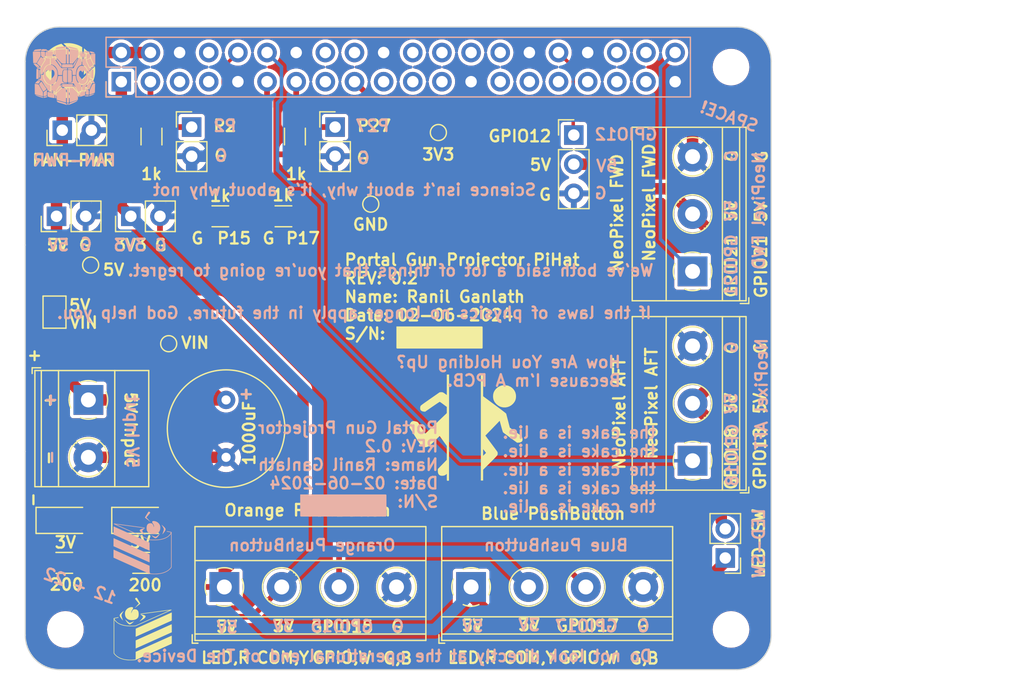
<source format=kicad_pcb>
(kicad_pcb (version 20221018) (generator pcbnew)
  (title_block (date "15 nov 2012"))
  (layers (0 "F.Cu" signal) (31 "B.Cu" power) (34 "B.Paste" user) (35 "F.Paste" user) (36 "B.SilkS" user "B.Silkscreen") (37 "F.SilkS" user "F.Silkscreen") (38 "B.Mask" user) (39 "F.Mask" user) (44 "Edge.Cuts" user))
  (net 0 "")
  (net 1 "GND")
  (net 2 "/GPIO3{slash}SCL1")
  (net 3 "/GPIO4{slash}GPCLK0")
  (net 4 "/GPIO14{slash}TXD0")
  (net 5 "/GPIO22")
  (net 6 "/GPIO23")
  (net 7 "/GPIO24")
  (net 8 "/GPIO10{slash}SPI0.MOSI")
  (net 9 "/GPIO9{slash}SPI0.MISO")
  (net 10 "/GPIO25")
  (net 11 "/GPIO11{slash}SPI0.SCLK")
  (net 12 "/GPIO8{slash}SPI0.CE0")
  (net 13 "/GPIO7{slash}SPI0.CE1")
  (net 14 "/ID_SDA")
  (net 15 "/ID_SCL")
  (net 16 "/GPIO5")
  (net 17 "/GPIO6")
  (net 18 "LED_SPARE_GPIO")
  (net 19 "/GPIO13{slash}PWM1")
  (net 20 "/GPIO19{slash}PCM.FS")
  (net 21 "/GPIO16")
  (net 22 "/GPIO26")
  (net 23 "/GPIO20{slash}PCM.DIN")
  (net 24 "+5V")
  (net 25 "+3V3")
  (net 26 "VIN")
  (net 27 "Net-(D1-A)")
  (net 28 "GPIO_SPARE_2")
  (net 29 "PB2_GPIO_WHT")
  (net 30 "PB1_GPIO_WHT")
  (net 31 "LED_AFT_GPIO")
  (net 32 "GPIO_SPARE_1")
  (net 33 "LED_FWD_GPIO")
  (net 34 "LED_PWR")
  (net 35 "Net-(D2-A)")
  (footprint "Connector_PinHeader_2.54mm:PinHeader_1x02_P2.54mm_Vertical" (layer "F.Cu") (at 102.725 60.5 90)
    (fp_text reference "J1" hide)
    (fp_text value "SPARE_5V_PWR")
    (pad "1" thru_hole rect (at 0 0 90) (size 1.7 1.7) (drill 1) (layers "*.Cu" "*.Mask") (net 24 "+5V"))
    (pad "2" thru_hole oval (at 0 2.54 90) (size 1.7 1.7) (drill 1) (layers "*.Cu" "*.Mask") (net 1 "GND"))
  )
  (footprint "MountingHole:MountingHole_2.7mm_M2.5" (layer "F.Cu") (at 161.5 47.5)
    (fp_text reference "MH2" hide)
    (fp_text value "MountingHole_2.7mm_M2.5" hide)
    (pad "" np_thru_hole circle locked (at 0 0) (size 2.7 2.7) (drill 2.7) (layers "*.Cu" "*.Mask"))
  )
  (footprint "Connector_PinHeader_2.54mm:PinHeader_1x02_P2.54mm_Vertical" (layer "F.Cu") (at 114.5 52.725)
    (fp_text reference "SW2" hide)
    (fp_text value "GPIO_SPARE_SW2")
    (pad "1" thru_hole rect (at 0 0) (size 1.7 1.7) (drill 1) (layers "*.Cu" "*.Mask") (net 28 "GPIO_SPARE_2"))
    (pad "2" thru_hole oval (at 0 2.54) (size 1.7 1.7) (drill 1) (layers "*.Cu" "*.Mask") (net 1 "GND"))
  )
  (footprint "Jumper:SolderJumper-2_P1.3mm_Open_Pad1.0x1.5mm" (layer "F.Cu") (at 102.55 68.85 -90)
    (fp_text reference "JP1" hide)
    (fp_text value "Jumper_2_Open")
    (pad "1" smd rect (at -0.65 0 270) (size 1 1.5) (layers "F.Cu" "F.Mask") (net 24 "+5V"))
    (pad "2" smd rect (at 0.65 0 270) (size 1 1.5) (layers "F.Cu" "F.Mask") (net 26 "VIN"))
  )
  (footprint "LED_SMD:LED_1206_3216Metric_Pad1.42x1.75mm_HandSolder" (layer "F.Cu") (at 103.4 87)
    (fp_text reference "D2" hide)
    (fp_text value "3V LED")
    (pad "1" smd roundrect (at -1.4875 0) (size 1.425 1.75) (layers "F.Cu" "F.Paste" "F.Mask") (roundrect_rratio 0.1754392982) (net 1 "GND"))
    (pad "2" smd roundrect (at 1.4875 0) (size 1.425 1.75) (layers "F.Cu" "F.Paste" "F.Mask") (roundrect_rratio 0.1754392982) (net 35 "Net-(D2-A)"))
  )
  (footprint "LED_SMD:LED_1206_3216Metric_Pad1.42x1.75mm_HandSolder" (layer "F.Cu") (at 110 87)
    (fp_text reference "D1" hide)
    (fp_text value "5V LED")
    (pad "1" smd roundrect (at -1.4875 0) (size 1.425 1.75) (layers "F.Cu" "F.Paste" "F.Mask") (roundrect_rratio 0.1754392982) (net 1 "GND"))
    (pad "2" smd roundrect (at 1.4875 0) (size 1.425 1.75) (layers "F.Cu" "F.Paste" "F.Mask") (roundrect_rratio 0.1754392982) (net 27 "Net-(D1-A)"))
  )
  (footprint "TerminalBlock_Phoenix:TerminalBlock_Phoenix_MKDS-1,5-3_1x03_P5.00mm_Horizontal" (layer "F.Cu") (at 158.15 65.3 90)
    (fp_text reference "J6" hide)
    (fp_text value "NeoPixelFWD")
    (pad "1" thru_hole rect (at 0 0 90) (size 2.6 2.6) (drill 1.3) (layers "*.Cu" "*.Mask") (net 33 "LED_FWD_GPIO"))
    (pad "2" thru_hole circle (at 5 0 90) (size 2.6 2.6) (drill 1.3) (layers "*.Cu" "*.Mask") (net 34 "LED_PWR"))
    (pad "3" thru_hole circle (at 10 0 90) (size 2.6 2.6) (drill 1.3) (layers "*.Cu" "*.Mask") (net 1 "GND"))
  )
  (footprint "TestPoint:TestPoint_Pad_D1.0mm" (layer "F.Cu") (at 136 53.2)
    (fp_text reference "TP2" hide)
    (fp_text value "TestPoint")
    (pad "1" smd circle (at 0 0) (size 1 1) (layers "F.Cu" "F.Mask") (net 25 "+3V3"))
  )
  (footprint "Resistor_SMD:R_1206_3216Metric_Pad1.30x1.75mm_HandSolder" (layer "F.Cu") (at 123.5 53.55 90)
    (fp_text reference "R1" hide)
    (fp_text value "1kOhm")
    (pad "1" smd roundrect (at -1.55 0 90) (size 1.3 1.75) (layers "F.Cu" "F.Paste" "F.Mask") (roundrect_rratio 0.1923076923) (net 1 "GND"))
    (pad "2" smd roundrect (at 1.55 0 90) (size 1.3 1.75) (layers "F.Cu" "F.Paste" "F.Mask") (roundrect_rratio 0.1923076923) (net 32 "GPIO_SPARE_1"))
  )
  (footprint "Connector_PinHeader_2.54mm:PinHeader_1x03_P2.54mm_Vertical" (layer "F.Cu") (at 147.8 53.42)
    (fp_text reference "J10" hide)
    (fp_text value "NeoPixelFWD")
    (pad "1" thru_hole rect (at 0 0) (size 1.7 1.7) (drill 1) (layers "*.Cu" "*.Mask") (net 18 "LED_SPARE_GPIO"))
    (pad "2" thru_hole oval (at 0 2.54) (size 1.7 1.7) (drill 1) (layers "*.Cu" "*.Mask") (net 34 "LED_PWR"))
    (pad "3" thru_hole oval (at 0 5.08) (size 1.7 1.7) (drill 1) (layers "*.Cu" "*.Mask") (net 1 "GND"))
  )
  (footprint "TerminalBlock_Phoenix:TerminalBlock_Phoenix_MKDS-1,5-4_1x04_P5.00mm_Horizontal" (layer "F.Cu") (at 117.35 92.8)
    (fp_text reference "J8" hide)
    (fp_text value "PushButton2")
    (pad "1" thru_hole rect (at 0 0) (size 2.6 2.6) (drill 1.3) (layers "*.Cu" "*.Mask") (net 24 "+5V"))
    (pad "2" thru_hole circle (at 5 0) (size 2.6 2.6) (drill 1.3) (layers "*.Cu" "*.Mask") (net 25 "+3V3"))
    (pad "3" thru_hole circle (at 10 0) (size 2.6 2.6) (drill 1.3) (layers "*.Cu" "*.Mask") (net 29 "PB2_GPIO_WHT"))
    (pad "4" thru_hole circle (at 15 0) (size 2.6 2.6) (drill 1.3) (layers "*.Cu" "*.Mask") (net 1 "GND"))
  )
  (footprint "Resistor_SMD:R_1206_3216Metric_Pad1.30x1.75mm_HandSolder" (layer "F.Cu") (at 117 60.5)
    (fp_text reference "R5" hide)
    (fp_text value "1kOhm")
    (pad "1" smd roundrect (at -1.55 0) (size 1.3 1.75) (layers "F.Cu" "F.Paste" "F.Mask") (roundrect_rratio 0.1923076923) (net 1 "GND"))
    (pad "2" smd roundrect (at 1.55 0) (size 1.3 1.75) (layers "F.Cu" "F.Paste" "F.Mask") (roundrect_rratio 0.1923076923) (net 29 "PB2_GPIO_WHT"))
  )
  (footprint "Resistor_SMD:R_1206_3216Metric_Pad1.30x1.75mm_HandSolder" (layer "F.Cu") (at 110.1 90.7)
    (fp_text reference "R3" hide)
    (fp_text value "200ohm")
    (pad "1" smd roundrect (at -1.55 0) (size 1.3 1.75) (layers "F.Cu" "F.Paste" "F.Mask") (roundrect_rratio 0.1923076923) (net 24 "+5V"))
    (pad "2" smd roundrect (at 1.55 0) (size 1.3 1.75) (layers "F.Cu" "F.Paste" "F.Mask") (roundrect_rratio 0.1923076923) (net 27 "Net-(D1-A)"))
  )
  (footprint "TestPoint:TestPoint_Pad_D1.0mm" (layer "F.Cu") (at 130.11 59.44)
    (fp_text reference "TP4" hide)
    (fp_text value "TestPoint")
    (pad "1" smd circle (at 0 0) (size 1 1) (layers "F.Cu" "F.Mask") (net 1 "GND"))
  )
  (footprint "TerminalBlock_Phoenix:TerminalBlock_Phoenix_MKDS-1,5-2_1x02_P5.00mm_Horizontal" (layer "F.Cu") (at 105.5 76.5 -90)
    (fp_text reference "J2" hide)
    (fp_text value "5V Input")
    (pad "1" thru_hole rect (at 0 0 270) (size 2.6 2.6) (drill 1.3) (layers "*.Cu" "*.Mask") (net 26 "VIN"))
    (pad "2" thru_hole circle (at 5 0 270) (size 2.6 2.6) (drill 1.3) (layers "*.Cu" "*.Mask") (net 1 "GND"))
  )
  (footprint "TestPoint:TestPoint_Pad_D1.0mm" (layer "F.Cu") (at 112.5 71.6)
    (fp_text reference "TP3" hide)
    (fp_text value "TestPoint")
    (pad "1" smd circle (at 0 0) (size 1 1) (layers "F.Cu" "F.Mask") (net 26 "VIN"))
  )
  (footprint "MountingHole:MountingHole_2.7mm_M2.5" (layer "F.Cu") (at 103.5 96.5)
    (fp_text reference "MH3" hide)
    (fp_text value "MountingHole_2.7mm_M2.5" hide)
    (pad "" np_thru_hole circle locked (at 0 0) (size 2.7 2.7) (drill 2.7) (layers "*.Cu" "*.Mask"))
  )
  (footprint "testlib:aperture" (layer "F.Cu") (at 103.7 47.8)
    (fp_text reference "G***" hide)
    (fp_text value "LOGO" hide)
  )
  (footprint "Capacitor_THT:C_Radial_D10.0mm_H16.0mm_P5.00mm" (layer "F.Cu") (at 117.5 76.5 -90)
    (fp_text reference "C1" hide)
    (fp_text value "470uF")
    (pad "1" thru_hole circle (at 0 0 270) (size 1.6 1.6) (drill 0.8) (layers "*.Cu" "*.Mask") (net 26 "VIN"))
    (pad "2" thru_hole circle (at 5 0 270) (size 1.6 1.6) (drill 0.8) (layers "*.Cu" "*.Mask") (net 1 "GND"))
  )
  (footprint "Resistor_SMD:R_1206_3216Metric_Pad1.30x1.75mm_HandSolder" (layer "F.Cu") (at 122.5 60.5)
    (fp_text reference "R4" hide)
    (fp_text value "1kOhm")
    (pad "1" smd roundrect (at -1.55 0) (size 1.3 1.75) (layers "F.Cu" "F.Paste" "F.Mask") (roundrect_rratio 0.1923076923) (net 1 "GND"))
    (pad "2" smd roundrect (at 1.55 0) (size 1.3 1.75) (layers "F.Cu" "F.Paste" "F.Mask") (roundrect_rratio 0.1923076923) (net 30 "PB1_GPIO_WHT"))
  )
  (footprint "Connector_PinHeader_2.54mm:PinHeader_1x02_P2.54mm_Vertical" (layer "F.Cu") (at 109.2 60.5 90)
    (fp_text reference "J4" hide)
    (fp_text value "SPARE_3V_PWR")
    (pad "1" thru_hole rect (at 0 0 90) (size 1.7 1.7) (drill 1) (layers "*.Cu" "*.Mask") (net 25 "+3V3"))
    (pad "2" thru_hole oval (at 0 2.54 90) (size 1.7 1.7) (drill 1) (layers "*.Cu" "*.Mask") (net 1 "GND"))
  )
  (footprint "TestPoint:TestPoint_Pad_D1.0mm" (layer "F.Cu") (at 105.7 64.75)
    (fp_text reference "TP1" hide)
    (fp_text value "TestPoint")
    (pad "1" smd circle (at 0 0) (size 1 1) (layers "F.Cu" "F.Mask") (net 24 "+5V"))
  )
  (footprint "TerminalBlock_Phoenix:TerminalBlock_Phoenix_MKDS-1,5-3_1x03_P5.00mm_Horizontal" (layer "F.Cu") (at 158.15 81.8 90)
    (fp_text reference "J9" hide)
    (fp_text value "NeoPixelAFT")
    (pad "1" thru_hole rect (at 0 0 90) (size 2.6 2.6) (drill 1.3) (layers "*.Cu" "*.Mask") (net 31 "LED_AFT_GPIO"))
    (pad "2" thru_hole circle (at 5 0 90) (size 2.6 2.6) (drill 1.3) (layers "*.Cu" "*.Mask") (net 34 "LED_PWR"))
    (pad "3" thru_hole circle (at 10 0 90) (size 2.6 2.6) (drill 1.3) (layers "*.Cu" "*.Mask") (net 1 "GND"))
  )
  (footprint "MountingHole:MountingHole_2.7mm_M2.5" (layer "F.Cu") (at 161.5 96.5)
    (fp_text reference "MH4" hide)
    (fp_text value "MountingHole_2.7mm_M2.5" hide)
    (pad "" np_thru_hole circle locked (at 0 0) (size 2.7 2.7) (drill 2.7) (layers "*.Cu" "*.Mask"))
  )
  (footprint "Connector_PinHeader_2.54mm:PinHeader_1x02_P2.54mm_Vertical" (layer "F.Cu") (at 103.225 53 90)
    (fp_text reference "J5" hide)
    (fp_text value "FAN_PWR")
    (pad "1" thru_hole rect (at 0 0 90) (size 1.7 1.7) (drill 1) (layers "*.Cu" "*.Mask") (net 24 "+5V"))
    (pad "2" thru_hole oval (at 0 2.54 90) (size 1.7 1.7) (drill 1) (layers "*.Cu" "*.Mask") (net 1 "GND"))
  )
  (footprint "testlib:cake" (layer "F.Cu") (at 110.3 96.4)
    (fp_text reference "G***" hide)
    (fp_text value "LOGO" hide)
  )
  (footprint "TerminalBlock_Phoenix:TerminalBlock_Phoenix_MKDS-1,5-4_1x04_P5.00mm_Horizontal" (layer "F.Cu") (at 138.85 92.8)
    (fp_text reference "J7" hide)
    (fp_text value "PushButton1")
    (pad "1" thru_hole rect (at 0 0) (size 2.6 2.6) (drill 1.3) (layers "*.Cu" "*.Mask") (net 24 "+5V"))
    (pad "2" thru_hole circle (at 5 0) (size 2.6 2.6) (drill 1.3) (layers "*.Cu" "*.Mask") (net 25 "+3V3"))
    (pad "3" thru_hole circle (at 10 0) (size 2.6 2.6) (drill 1.3) (layers "*.Cu" "*.Mask") (net 30 "PB1_GPIO_WHT"))
    (pad "4" thru_hole circle (at 15 0) (size 2.6 2.6) (drill 1.3) (layers "*.Cu" "*.Mask") (net 1 "GND"))
  )
  (footprint "Connector_PinHeader_2.54mm:PinHeader_1x02_P2.54mm_Vertical" (layer "F.Cu") (at 127 52.725)
    (fp_text reference "SW1" hide)
    (fp_text value "GPIO_SPARE_SW1")
    (pad "1" thru_hole rect (at 0 0) (size 1.7 1.7) (drill 1) (layers "*.Cu" "*.Mask") (net 32 "GPIO_SPARE_1"))
    (pad "2" thru_hole oval (at 0 2.54) (size 1.7 1.7) (drill 1) (layers "*.Cu" "*.Mask") (net 1 "GND"))
  )
  (footprint "Resistor_SMD:R_1206_3216Metric_Pad1.30x1.75mm_HandSolder" (layer "F.Cu") (at 103.4 90.7)
    (fp_text reference "R6" hide)
    (fp_text value "200ohm")
    (pad "1" smd roundrect (at -1.55 0) (size 1.3 1.75) (layers "F.Cu" "F.Paste" "F.Mask") (roundrect_rratio 0.1923076923) (net 25 "+3V3"))
    (pad "2" smd roundrect (at 1.55 0) (size 1.3 1.75) (layers "F.Cu" "F.Paste" "F.Mask") (roundrect_rratio 0.1923076923) (net 35 "Net-(D2-A)"))
  )
  (footprint "Connector_PinHeader_2.54mm:PinHeader_1x02_P2.54mm_Vertical" (layer "F.Cu") (at 161 90.275 180)
    (fp_text reference "SW3" hide)
    (fp_text value "LED_PWR_SW")
    (pad "1" thru_hole rect (at 0 0 180) (size 1.7 1.7) (drill 1) (layers "*.Cu" "*.Mask") (net 24 "+5V"))
    (pad "2" thru_hole oval (at 0 2.54 180) (size 1.7 1.7) (drill 1) (layers "*.Cu" "*.Mask") (net 34 "LED_PWR"))
  )
  (footprint "Resistor_SMD:R_1206_3216Metric_Pad1.30x1.75mm_HandSolder" (layer "F.Cu") (at 111 53.55 90)
    (fp_text reference "R2" hide)
    (fp_text value "1kOhm")
    (pad "1" smd roundrect (at -1.55 0 90) (size 1.3 1.75) (layers "F.Cu" "F.Paste" "F.Mask") (roundrect_rratio 0.1923076923) (net 1 "GND"))
    (pad "2" smd roundrect (at 1.55 0 90) (size 1.3 1.75) (layers "F.Cu" "F.Paste" "F.Mask") (roundrect_rratio 0.1923076923) (net 28 "GPIO_SPARE_2"))
  )
  (footprint "testlib:guy2" (layer "F.Cu") (at 138.4 78.925)
    (fp_text reference "G***" hide)
    (fp_text value "LOGO" hide)
  )
  (footprint "testlib:cube" (layer "B.Cu") (at 103.5 48.2 180)
    (fp_text reference "G***" hide)
    (fp_text value "LOGO" hide)
  )
  (footprint "testlib:cake" (layer "B.Cu") (at 110.16 88.9 180)
    (fp_text reference "G***" hide)
    (fp_text value "LOGO" hide)
  )
  (footprint "Connector_PinSocket_2.54mm:PinSocket_2x20_P2.54mm_Vertical" (layer "B.Cu") (at 108.37 48.77 -90)
    (fp_text reference "J3" hide)
    (fp_text value "GPIO")
    (pad "1" thru_hole rect (at 0 0 270) (size 1.7 1.7) (drill 1) (layers "*.Cu" "*.Mask") (net 25 "+3V3"))
    (pad "2" thru_hole oval (at -2.54 0 270) (size 1.7 1.7) (drill 1) (layers "*.Cu" "*.Mask") (net 24 "+5V"))
    (pad "3" thru_hole oval (at 0 -2.54 270) (size 1.7 1.7) (drill 1) (layers "*.Cu" "*.Mask") (net 28 "GPIO_SPARE_2"))
    (pad "4" thru_hole oval (at -2.54 -2.54 270) (size 1.7 1.7) (drill 1) (layers "*.Cu" "*.Mask") (net 24 "+5V"))
    (pad "5" thru_hole oval (at 0 -5.08 270) (size 1.7 1.7) (drill 1) (layers "*.Cu" "*.Mask") (net 2 "/GPIO3{slash}SCL1"))
    (pad "6" thru_hole oval (at -2.54 -5.08 270) (size 1.7 1.7) (drill 1) (layers "*.Cu" "*.Mask") (net 1 "GND"))
    (pad "7" thru_hole oval (at 0 -7.62 270) (size 1.7 1.7) (drill 1) (layers "*.Cu" "*.Mask") (net 3 "/GPIO4{slash}GPCLK0"))
    (pad "8" thru_hole oval (at -2.54 -7.62 270) (size 1.7 1.7) (drill 1) (layers "*.Cu" "*.Mask") (net 4 "/GPIO14{slash}TXD0"))
    (pad "9" thru_hole oval (at 0 -10.16 270) (size 1.7 1.7) (drill 1) (layers "*.Cu" "*.Mask") (net 1 "GND"))
    (pad "10" thru_hole oval (at -2.54 -10.16 270) (size 1.7 1.7) (drill 1) (layers "*.Cu" "*.Mask") (net 29 "PB2_GPIO_WHT"))
    (pad "11" thru_hole oval (at 0 -12.7 270) (size 1.7 1.7) (drill 1) (layers "*.Cu" "*.Mask") (net 30 "PB1_GPIO_WHT"))
    (pad "12" thru_hole oval (at -2.54 -12.7 270) (size 1.7 1.7) (drill 1) (layers "*.Cu" "*.Mask") (net 31 "LED_AFT_GPIO"))
    (pad "13" thru_hole oval (at 0 -15.24 270) (size 1.7 1.7) (drill 1) (layers "*.Cu" "*.Mask") (net 32 "GPIO_SPARE_1"))
    (pad "14" thru_hole oval (at -2.54 -15.24 270) (size 1.7 1.7) (drill 1) (layers "*.Cu" "*.Mask") (net 1 "GND"))
    (pad "15" thru_hole oval (at 0 -17.78 270) (size 1.7 1.7) (drill 1) (layers "*.Cu" "*.Mask") (net 5 "/GPIO22"))
    (pad "16" thru_hole oval (at -2.54 -17.78 270) (size 1.7 1.7) (drill 1) (layers "*.Cu" "*.Mask") (net 6 "/GPIO23"))
    (pad "17" thru_hole oval (at 0 -20.32 270) (size 1.7 1.7) (drill 1) (layers "*.Cu" "*.Mask") (net 25 "+3V3"))
    (pad "18" thru_hole oval (at -2.54 -20.32 270) (size 1.7 1.7) (drill 1) (layers "*.Cu" "*.Mask") (net 7 "/GPIO24"))
    (pad "19" thru_hole oval (at 0 -22.86 270) (size 1.7 1.7) (drill 1) (layers "*.Cu" "*.Mask") (net 8 "/GPIO10{slash}SPI0.MOSI"))
    (pad "20" thru_hole oval (at -2.54 -22.86 270) (size 1.7 1.7) (drill 1) (layers "*.Cu" "*.Mask") (net 1 "GND"))
    (pad "21" thru_hole oval (at 0 -25.4 270) (size 1.7 1.7) (drill 1) (layers "*.Cu" "*.Mask") (net 9 "/GPIO9{slash}SPI0.MISO"))
    (pad "22" thru_hole oval (at -2.54 -25.4 270) (size 1.7 1.7) (drill 1) (layers "*.Cu" "*.Mask") (net 10 "/GPIO25"))
    (pad "23" thru_hole oval (at 0 -27.94 270) (size 1.7 1.7) (drill 1) (layers "*.Cu" "*.Mask") (net 11 "/GPIO11{slash}SPI0.SCLK"))
    (pad "24" thru_hole oval (at -2.54 -27.94 270) (size 1.7 1.7) (drill 1) (layers "*.Cu" "*.Mask") (net 12 "/GPIO8{slash}SPI0.CE0"))
    (pad "25" thru_hole oval (at 0 -30.48 270) (size 1.7 1.7) (drill 1) (layers "*.Cu" "*.Mask") (net 1 "GND"))
    (pad "26" thru_hole oval (at -2.54 -30.48 270) (size 1.7 1.7) (drill 1) (layers "*.Cu" "*.Mask") (net 13 "/GPIO7{slash}SPI0.CE1"))
    (pad "27" thru_hole oval (at 0 -33.02 270) (size 1.7 1.7) (drill 1) (layers "*.Cu" "*.Mask") (net 14 "/ID_SDA"))
    (pad "28" thru_hole oval (at -2.54 -33.02 270) (size 1.7 1.7) (drill 1) (layers "*.Cu" "*.Mask") (net 15 "/ID_SCL"))
    (pad "29" thru_hole oval (at 0 -35.56 270) (size 1.7 1.7) (drill 1) (layers "*.Cu" "*.Mask") (net 16 "/GPIO5"))
    (pad "30" thru_hole oval (at -2.54 -35.56 270) (size 1.7 1.7) (drill 1) (layers "*.Cu" "*.Mask") (net 1 "GND"))
    (pad "31" thru_hole oval (at 0 -38.1 270) (size 1.7 1.7) (drill 1) (layers "*.Cu" "*.Mask") (net 17 "/GPIO6"))
    (pad "32" thru_hole oval (at -2.54 -38.1 270) (size 1.7 1.7) (drill 1) (layers "*.Cu" "*.Mask") (net 18 "LED_SPARE_GPIO"))
    (pad "33" thru_hole oval (at 0 -40.64 270) (size 1.7 1.7) (drill 1) (layers "*.Cu" "*.Mask") (net 19 "/GPIO13{slash}PWM1"))
    (pad "34" thru_hole oval (at -2.54 -40.64 270) (size 1.7 1.7) (drill 1) (layers "*.Cu" "*.Mask") (net 1 "GND"))
    (pad "35" thru_hole oval (at 0 -43.18 270) (size 1.7 1.7) (drill 1) (layers "*.Cu" "*.Mask") (net 20 "/GPIO19{slash}PCM.FS"))
    (pad "36" thru_hole oval (at -2.54 -43.18 270) (size 1.7 1.7) (drill 1) (layers "*.Cu" "*.Mask") (net 21 "/GPIO16"))
    (pad "37" thru_hole oval (at 0 -45.72 270) (size 1.7 1.7) (drill 1) (layers "*.Cu" "*.Mask") (net 22 "/GPIO26"))
    (pad "38" thru_hole oval (at -2.54 -45.72 270) (size 1.7 1.7) (drill 1) (layers "*.Cu" "*.Mask") (net 23 "/GPIO20{slash}PCM.DIN"))
    (pad "39" thru_hole oval (at 0 -48.26 270) (size 1.7 1.7) (drill 1) (layers "*.Cu" "*.Mask") (net 1 "GND"))
    (pad "40" thru_hole oval (at -2.54 -48.26 270) (size 1.7 1.7) (drill 1) (layers "*.Cu" "*.Mask") (net 33 "LED_FWD_GPIO"))
  )
  (gr_rect (start 124.034 84.811) (end 131.4 86.589) (stroke (width 0.15)) (fill solid) (layer "B.SilkS"))
  (gr_line (start 107.04 50.1) (end 107.04 48.77) (stroke (width 0.12)) (layer "F.SilkS"))
  (gr_line (start 107.04 50.1) (end 108.37 50.1) (stroke (width 0.12)) (layer "F.SilkS"))
  (gr_rect (start 132.417 70.172) (end 139.783 71.95) (stroke (width 0.15)) (fill solid) (layer "F.SilkS"))
  (gr_arc (start 162 44) (mid 164.12132 44.87868) (end 165 47) (stroke (width 0.1)) (layer "Edge.Cuts"))
  (gr_line (start 165 97) (end 165 47) (stroke (width 0.1)) (layer "Edge.Cuts"))
  (gr_line (start 100 47) (end 100 63) (stroke (width 0.1)) (layer "Edge.Cuts"))
  (gr_arc (start 103 100) (mid 100.87868 99.12132) (end 100 97) (stroke (width 0.1)) (layer "Edge.Cuts"))
  (gr_line (start 103 100) (end 162 100) (stroke (width 0.1)) (layer "Edge.Cuts"))
  (gr_arc (start 165 97) (mid 164.12132 99.12132) (end 162 100) (stroke (width 0.1)) (layer "Edge.Cuts"))
  (gr_line (start 100 63) (end 100 81) (stroke (width 0.1)) (layer "Edge.Cuts"))
  (gr_arc (start 100 47) (mid 100.87868 44.87868) (end 103 44) (stroke (width 0.1)) (layer "Edge.Cuts"))
  (gr_line (start 100 81) (end 100 97) (stroke (width 0.1)) (layer "Edge.Cuts"))
  (gr_line (start 162 44) (end 103 44) (stroke (width 0.1)) (layer "Edge.Cuts"))
  (gr_text "G" (at 153.9 96.8) (layer "B.SilkS") (effects (font (size 1 1) (thickness 0.2)) (justify bottom mirror)))
  (gr_text "NeoPixel FWD" (at 164.5 60 90) (layer "B.SilkS") (effects (font (size 1 1) (thickness 0.2)) (justify bottom mirror)))
  (gr_text "Orange PushButton" (at 125 89.75) (layer "B.SilkS") (effects (font (size 1 1) (thickness 0.2)) (justify bottom mirror)))
  (gr_text "P2" (at 117.4 53.2) (layer "B.SilkS") (effects (font (size 1 1) (thickness 0.2)) (justify bottom mirror)))
  (gr_text "NeoPixel AFT" (at 164.75 76 90) (layer "B.SilkS") (effects (font (size 1 1) (thickness 0.2)) (justify bottom mirror)))
  (gr_text "-" (at 102.85 81.5 -270) (layer "B.SilkS") (effects (font (size 1 1) (thickness 0.2)) (justify bottom mirror)))
  (gr_text "If the laws of physics no longer apply in the future, God help you." (at 154.675 69.5) (layer "B.SilkS") (effects (font (size 1 1) (thickness 0.2)) (justify left bottom mirror)))
  (gr_text "5V" (at 162.1 76.8 90) (layer "B.SilkS") (effects (font (size 1 1) (thickness 0.2)) (justify bottom mirror)))
  (gr_text "G" (at 129.5 56) (layer "B.SilkS") (effects (font (size 1 1) (thickness 0.2)) (justify bottom mirror)))
  (gr_text "GPIO17" (at 148.9 96.8) (layer "B.SilkS") (effects (font (size 1 1) (thickness 0.2)) (justify bottom mirror)))
  (gr_text "G" (at 105.3 63.5) (layer "B.SilkS") (effects (font (size 1 1) (thickness 0.2)) (justify bottom mirror)))
  (gr_text "Do not look directly at the operational end of The Device." (at 154.7 99.4) (layer "B.SilkS") (effects (font (size 1 1) (thickness 0.2)) (justify left bottom mirror)))
  (gr_text "FAN-PWR" (at 104.3 56.2) (layer "B.SilkS") (effects (font (size 1 1) (thickness 0.2)) (justify bottom mirror)))
  (gr_text "We've both said a lot of things that you're going to regret." (at 154.85 65.8) (layer "B.SilkS") (effects (font (size 1 1) (thickness 0.2)) (justify left bottom mirror)))
  (gr_text "How Are You Holding Up? \nBecause I'm A PCB." (at 152 75.4) (layer "B.SilkS") (effects (font (size 1 1) (thickness 0.2)) (justify left bottom mirror)))
  (gr_text "G" (at 132.5 96.8) (layer "B.SilkS") (effects (font (size 1 1) (thickness 0.2)) (justify bottom mirror)))
  (gr_text "+" (at 102.75 76.5 -270) (layer "B.SilkS") (effects (font (size 1 1) (thickness 0.2)) (justify bottom mirror)))
  (gr_text "Science isn't about why, it's about why not" (at 144.625 58.775) (layer "B.SilkS") (effects (font (size 1 1) (thickness 0.2)) (justify left bottom mirror)))
  (gr_text "5V Input" (at 108.75 79.25 -90) (layer "B.SilkS") (effects (font (size 1 1) (thickness 0.2)) (justify bottom mirror)))
  (gr_text "GPIO18" (at 162.2 81.3 90) (layer "B.SilkS") (effects (font (size 1 1) (thickness 0.2)) (justify bottom mirror)))
  (gr_text "5V" (at 162.1 60 90) (layer "B.SilkS") (effects (font (size 1 1) (thickness 0.2)) (justify bottom mirror)))
  (gr_text "+" (at 119.75 76 -270) (layer "B.SilkS") (effects (font (size 1 1) (thickness 0.2)) (justify bottom mirror)))
  (gr_text "Blue PushButton" (at 146.25 89.75) (layer "B.SilkS") (effects (font (size 1 1) (thickness 0.2)) (justify bottom mirror)))
  (gr_text "the cake is a lie.\nthe cake is a lie.\nthe cake is a lie.\nthe cake is a lie.\nthe cake is a lie." (at 155.075 86.375) (layer "B.SilkS") (effects (font (size 1 1) (thickness 0.2)) (justify left bottom mirror)))
  (gr_text "LED-SW" (at 164.5 89 90) (layer "B.SilkS") (effects (font (size 1 1) (thickness 0.2)) (justify bottom mirror)))
  (gr_text "5V" (at 139 96.8) (layer "B.SilkS") (effects (font (size 1 1) (thickness 0.2)) (justify bottom mirror)))
  (gr_text "GPIO15" (at 127.6 96.8) (layer "B.SilkS") (effects (font (size 1 1) (thickness 0.2)) (justify bottom mirror)))
  (gr_text "GPIO21" (at 162.1 64.8 90) (layer "B.SilkS") (effects (font (size 1 1) (thickness 0.2)) (justify bottom mirror)))
  (gr_text "Portal Gun Projector\nREV: 0.2\nName: Ranil Ganlath\nDate: 02-06-2024\nS/N:" (at 136.099 85.954) (layer "B.SilkS") (effects (font (size 1 1) (thickness 0.2)) (justify left bottom mirror)))
  (gr_text "5V" (at 102.9 63.6) (layer "B.SilkS") (effects (font (size 1 1) (thickness 0.2)) (justify bottom mirror)))
  (gr_text "G" (at 162.1 71.9 90) (layer "B.SilkS") (effects (font (size 1 1) (thickness 0.2)) (justify bottom mirror)))
  (gr_text "P27" (at 130.25238 53.2) (layer "B.SilkS") (effects (font (size 1 1) (thickness 0.2)) (justify bottom mirror)))
  (gr_text "5V" (at 150.675 56.7) (layer "B.SilkS") (effects (font (size 1 1) (thickness 0.2)) (justify bottom mirror)))
  (gr_text "G" (at 150.15 59.075) (layer "B.SilkS") (effects (font (size 1 1) (thickness 0.2)) (justify bottom mirror)))
  (gr_text "5V" (at 117.6 96.9) (layer "B.SilkS") (effects (font (size 1 1) (thickness 0.2)) (justify bottom mirror)))
  (gr_text "G" (at 117.1 55.8) (layer "B.SilkS") (effects (font (size 1 1) (thickness 0.2)) (justify bottom mirror)))
  (gr_text "3V3" (at 109.1 63.6) (layer "B.SilkS") (effects (font (size 1 1) (thickness 0.2)) (justify bottom mirror)))
  (gr_text "GPIO12" (at 152.35 53.95) (layer "B.SilkS") (effects (font (size 1 1) (thickness 0.2)) (justify bottom mirror)))
  (gr_text "SPACE!" (at 163.7 53.3 340) (layer "B.SilkS") (effects (font (size 1 1) (thickness 0.2)) (justify left bottom mirror)))
  (gr_text "3V" (at 143.9 96.7) (layer "B.SilkS") (effects (font (size 1 1) (thickness 0.2)) (justify bottom mirror)))
  (gr_text "G" (at 162.1 55.25 90) (layer "B.SilkS") (effects (font (size 1 1) (thickness 0.2)) (justify bottom mirror)))
  (gr_text "12 + 22" (at 107.775 94.425 340) (layer "B.SilkS") (effects (font (size 1 1) (thickness 0.2)) (justify left bottom mirror)))
  (gr_text "3V" (at 122.5 96.8) (layer "B.SilkS") (effects (font (size 1 1) (thickness 0.2)) (justify bottom mirror)))
  (gr_text "G" (at 111.8 63.6) (layer "B.SilkS") (effects (font (size 1 1) (thickness 0.2)) (justify bottom mirror)))
  (gr_text "5V" (at 162.1 76.8 90) (layer "F.SilkS") (effects (font (size 1 1) (thickness 0.2)) (justify bottom)))
  (gr_text "GPIO18" (at 164.6 81.6 90) (layer "F.SilkS") (effects (font (size 1 1) (thickness 0.2)) (justify bottom)))
  (gr_text "NeoPixel AFT" (at 152.35 77.7 90) (layer "F.SilkS") (effects (font (size 1 1) (thickness 0.2)) (justify bottom)))
  (gr_text "3V3" (at 109.2 63.6) (layer "F.SilkS") (effects (font (size 1 1) (thickness 0.2)) (justify bottom)))
  (gr_text "NeoPixel FWD" (at 154.95 59.3 90) (layer "F.SilkS") (effects (font (size 1 1) (thickness 0.2)) (justify bottom)))
  (gr_text "VIN" (at 105.1 70.35) (layer "F.SilkS") (effects (font (size 1 1) (thickness 0.2)) (justify bottom)))
  (gr_text "GPIO17" (at 149 96.75) (layer "F.SilkS") (effects (font (size 1 1) (thickness 0.2)) (justify bottom)))
  (gr_text "G" (at 117 55.8) (layer "F.SilkS") (effects (font (size 1 1) (thickness 0.2)) (justify bottom)))
  (gr_text "G" (at 153.8 96.75) (layer "F.SilkS") (effects (font (size 1 1) (thickness 0.2)) (justify bottom)))
  (gr_text "1k" (at 117 59.3) (layer "F.SilkS") (effects (font (size 1 1) (thickness 0.2)) (justify bottom)))
  (gr_text "LED,R" (at 138.95 99.55) (layer "F.SilkS") (effects (font (size 1 1) (thickness 0.2)) (justify bottom)))
  (gr_text "P27" (at 130.4 53.2) (layer "F.SilkS") (effects (font (size 1 1) (thickness 0.2)) (justify bottom)))
  (gr_text "5V" (at 144.9 56.6) (layer "F.SilkS") (effects (font (size 1 1) (thickness 0.2)) (justify bottom)))
  (gr_text "5V" (at 117.55 96.85) (layer "F.SilkS") (effects (font (size 1 1) (thickness 0.2)) (justify bottom)))
  (gr_text "+" (at 100.3 72.65 270) (layer "F.SilkS") (effects (font (size 1 1) (thickness 0.2)) (justify bottom)))
  (gr_text "VIN" (at 114.8 72.1) (layer "F.SilkS") (effects (font (size 1 1) (thickness 0.2)) (justify bottom)))
  (gr_text "GND" (at 130.1 61.8) (layer "F.SilkS") (effects (font (size 1 1) (thickness 0.2)) (justify bottom)))
  (gr_text "5V" (at 138.95 96.75) (layer "F.SilkS") (effects (font (size 1 1) (thickness 0.2)) (justify bottom)))
  (gr_text "+" (at 118.75 76 270) (layer "F.SilkS") (effects (font (size 1 1) (thickness 0.2)) (justify bottom)))
  (gr_text "Blue PushButton" (at 146 87) (layer "F.SilkS") (effects (font (size 1 1) (thickness 0.2)) (justify bottom)))
  (gr_text "FAN-PWR" (at 104.2 56.2) (layer "F.SilkS") (effects (font (size 1 1) (thickness 0.2)) (justify bottom)))
  (gr_text "GPIO15" (at 127.6 96.85) (layer "F.SilkS") (effects (font (size 1 1) (thickness 0.2)) (justify bottom)))
  (gr_text "P15" (at 118.2 63) (layer "F.SilkS") (effects (font (size 1 1) (thickness 0.2)) (justify bottom)))
  (gr_text "G" (at 162.15 55.25 90) (layer "F.SilkS") (effects (font (size 1 1) (thickness 0.2)) (justify bottom)))
  (gr_text "GPIO,W" (at 149.1 99.55) (layer "F.SilkS") (effects (font (size 1 1) (thickness 0.2)) (justify bottom)))
  (gr_text "-" (at 100.2 85.2 270) (layer "F.SilkS") (effects (font (size 1 1) (thickness 0.2)) (justify bottom)))
  (gr_text "G,B" (at 132.45 99.6) (layer "F.SilkS") (effects (font (size 1 1) (thickness 0.2)) (justify bottom)))
  (gr_text "G" (at 162.15 72 90) (layer "F.SilkS") (effects (font (size 1 1) (thickness 0.2)) (justify bottom)))
  (gr_text "3V" (at 103.5 89.5) (layer "F.SilkS") (effects (font (size 1 1) (thickness 0.2)) (justify bottom)))
  (gr_text "G" (at 111.8 63.6) (layer "F.SilkS") (effects (font (size 1 1) (thickness 0.2)) (justify bottom)))
  (gr_text "G" (at 132.4 96.85) (layer "F.SilkS") (effects (font (size 1 1) (thickness 0.2)) (justify bottom)))
  (gr_text "GPIO,W" (at 127.6 99.55) (layer "F.SilkS") (effects (font (size 1 1) (thickness 0.2)) (justify bottom)))
  (gr_text "Orange PushButton" (at 124.6 86.7) (layer "F.SilkS") (effects (font (size 1 1) (thickness 0.2)) (justify bottom)))
  (gr_text "3V" (at 143.9 96.7) (layer "F.SilkS") (effects (font (size 1 1) (thickness 0.2)) (justify bottom)))
  (gr_text "Portal Gun Projector PiHat\nREV: 0.2\nName: Ranil Ganlath\nDate: 02-06-2024\nS/N:" (at 127.718 71.315) (layer "F.SilkS") (effects (font (size 1 1) (thickness 0.2)) (justify left bottom)))
  (gr_text "P17" (at 124.2 63) (layer "F.SilkS") (effects (font (size 1 1) (thickness 0.2)) (justify bottom)))
  (gr_text "GPIO18" (at 162.1 81.6 90) (layer "F.SilkS") (effects (font (size 1 1) (thickness 0.2)) (justify bottom)))
  (gr_text "1k" (at 123.6 57.4) (layer "F.SilkS") (effects (font (size 1 1) (thickness 0.2)) (justify bottom)))
  (gr_text "-" (at 101.55 81.55 270) (layer "F.SilkS") (effects (font (size 1 1) (thickness 0.2)) (justify bottom)))
  (gr_text "G" (at 121.2 63) (layer "F.SilkS") (effects (font (size 1 1) (thickness 0.2)) (justify bottom)))
  (gr_text "5V" (at 164.6 76.8 90) (layer "F.SilkS") (effects (font (size 1 1) (thickness 0.2)) (justify bottom)))
  (gr_text "5V Input" (at 108.6 79 -90) (layer "F.SilkS") (effects (font (size 1 1) (thickness 0.2)) (justify bottom)))
  (gr_text "G" (at 115 63) (layer "F.SilkS") (effects (font (size 1 1) (thickness 0.2)) (justify bottom)))
  (gr_text "GPIO12" (at 143.1 54.1) (layer "F.SilkS") (effects (font (size 1 1) (thickness 0.2)) (justify bottom)))
  (gr_text "1k" (at 122.45 59.25) (layer "F.SilkS") (effects (font (size 1 1) (thickness 0.2)) (justify bottom)))
  (gr_text "200" (at 110.45 93.225) (layer "F.SilkS") (effects (font (size 1 1) (thickness 0.2)) (justify bottom)))
  (gr_text "5V" (at 110 89.5) (layer "F.SilkS") (effects (font (size 1 1) (thickness 0.2)) (justify bottom)))
  (gr_text "COM,Y" (at 122.45 99.55) (layer "F.SilkS") (effects (font (size 1 1) (thickness 0.2)) (justify bottom)))
  (gr_text "3V" (at 122.5 96.8) (layer "F.SilkS") (effects (font (size 1 1) (thickness 0.2)) (justify bottom)))
  (gr_text "5V" (at 162.1 60.05 90) (layer "F.SilkS") (effects (font (size 1 1) (thickness 0.2)) (justify bottom)))
  (gr_text "G" (at 105.2 63.6) (layer "F.SilkS") (effects (font (size 1 1) (thickness 0.2)) (justify bottom)))
  (gr_text "1k" (at 111 57.4) (layer "F.SilkS") (effects (font (size 1 1) (thickness 0.2)) (justify bottom)))
  (gr_text "NeoPixel AFT" (at 155.15 76.8 90) (layer "F.SilkS") (effects (font (size 1 1) (thickness 0.2)) (justify bottom)))
  (gr_text "G,B" (at 153.95 99.6) (layer "F.SilkS") (effects (font (size 1 1) (thickness 0.2)) (justify bottom)))
  (gr_text "P2" (at 117.4 53.2) (layer "F.SilkS") (effects (font (size 1 1) (thickness 0.2)) (justify bottom)))
  (gr_text "3V3" (at 136 55.7) (layer "F.SilkS") (effects (font (size 1 1) (thickness 0.2)) (justify bottom)))
  (gr_text "200" (at 103.6 93.175) (layer "F.SilkS") (effects (font (size 1 1) (thickness 0.2)) (justify bottom)))
  (gr_text "5V" (at 102.8 63.6) (layer "F.SilkS") (effects (font (size 1 1) (thickness 0.2)) (justify bottom)))
  (gr_text "GPIO21" (at 164.7 64.9 90) (layer "F.SilkS") (effects (font (size 1 1) (thickness 0.2)) (justify bottom)))
  (gr_text "5V" (at 164.7 60.1 90) (layer "F.SilkS") (effects (font (size 1 1) (thickness 0.2)) (justify bottom)))
  (gr_text "LED,R" (at 117.45 99.55) (layer "F.SilkS") (effects (font (size 1 1) (thickness 0.2)) (justify bottom)))
  (gr_text "+" (at 101.65 76.55 270) (layer "F.SilkS") (effects (font (size 1 1) (thickness 0.2)) (justify bottom)))
  (gr_text "5V" (at 107.7 65.75) (layer "F.SilkS") (effects (font (size 1 1) (thickness 0.2)) (justify bottom)))
  (gr_text "G" (at 129.4 56) (layer "F.SilkS") (effects (font (size 1 1) (thickness 0.2)) (justify bottom)))
  (gr_text "NeoPixel FWD" (at 152.15 60.2 90) (layer "F.SilkS") (effects (font (size 1 1) (thickness 0.2)) (justify bottom)))
  (gr_text "G" (at 164.75 55.3 90) (layer "F.SilkS") (effects (font (size 1 1) (thickness 0.2)) (justify bottom)))
  (gr_text "G" (at 145.3 59.2) (layer "F.SilkS") (effects (font (size 1 1) (thickness 0.2)) (justify bottom)))
  (gr_text "GPIO21" (at 162.1 64.85 90) (layer "F.SilkS") (effects (font (size 1 1) (thickness 0.2)) (justify bottom)))
  (gr_text "1000uF" (at 120.1 79.4 90) (layer "F.SilkS") (effects (font (size 1 1) (thickness 0.2)) (justify bottom)))
  (gr_text "5V" (at 104.75 68.85) (layer "F.SilkS") (effects (font (size 1 1) (thickness 0.2)) (justify bottom)))
  (gr_text "G" (at 164.65 72 90) (layer "F.SilkS") (effects (font (size 1 1) (thickness 0.2)) (justify bottom)))
  (gr_text "LED-SW" (at 164.5 89 90) (layer "F.SilkS") (effects (font (size 1 1) (thickness 0.2)) (justify bottom)))
  (gr_text "COM,Y" (at 143.95 99.55) (layer "F.SilkS") (effects (font (size 1 1) (thickness 0.2)) (justify bottom)))
  (segment (start 158.15 50.29) (end 156.63 48.77) (width 1) (layer "F.Cu") (net 1))
  (segment (start 158.15 55.3) (end 158.15 50.29) (width 1) (layer "F.Cu") (net 1))
  (segment (start 105.5 81.5) (end 117.5 81.5) (width 1) (layer "F.Cu") (net 1))
  (segment (start 105.265 53.5) (end 105.765 53) (width 1) (layer "B.Cu") (net 1))
  (segment (start 114.5 55.265) (end 115.702081 55.265) (width 1) (layer "B.Cu") (net 1))
  (segment (start 111.74 60.5) (end 111.74 59.34) (width 1) (layer "B.Cu") (net 1))
  (segment (start 114.5 57.74) (end 111.74 60.5) (width 1) (layer "B.Cu") (net 1))
  (segment (start 115.702081 55.265) (end 118.53 52.437081) (width 1) (layer "B.Cu") (net 1))
  (segment (start 108.165 57.6) (end 105.265 60.5) (width 1) (layer "B.Cu") (net 1))
  (segment (start 110 57.6) (end 108.165 57.6) (width 1) (layer "B.Cu") (net 1))
  (segment (start 118.53 52.437081) (end 118.53 48.77) (width 1) (layer "B.Cu") (net 1))
  (segment (start 114.5 55.265) (end 114.5 57.74) (width 1) (layer "B.Cu") (net 1))
  (segment (start 105.265 60.5) (end 105.265 53.5) (width 1) (layer "B.Cu") (net 1))
  (segment (start 111.74 59.34) (end 110 57.6) (width 1) (layer "B.Cu") (net 1))
  (segment (start 147.75 53.37) (end 147.8 53.42) (width 0.3) (layer "F.Cu") (net 18))
  (segment (start 147.75 47.51) (end 147.75 53.37) (width 0.3) (layer "F.Cu") (net 18))
  (segment (start 146.47 46.23) (end 147.75 47.51) (width 0.3) (layer "F.Cu") (net 18))
  (segment (start 108.37 46.23) (end 105.27 46.23) (width 1) (layer "F.Cu") (net 24))
  (segment (start 124.2 75.6) (end 124.2 84.5) (width 1) (layer "F.Cu") (net 24))
  (segment (start 111 92.8) (end 117.35 92.8) (width 0.5) (layer "F.Cu") (net 24))
  (segment (start 108.55 90.7) (end 108.9 90.7) (width 0.5) (layer "F.Cu") (net 24))
  (segment (start 105.7 64.75) (end 105.7 65.05) (width 0.5) (layer "F.Cu") (net 24))
  (segment (start 117.35 91.35) (end 117.35 92.8) (width 1) (layer "F.Cu") (net 24))
  (segment (start 108.9 90.7) (end 111 92.8) (width 0.5) (layer "F.Cu") (net 24))
  (segment (start 103.225 53) (end 103.225 57.375) (width 1) (layer "F.Cu") (net 24))
  (segment (start 105.27 46.23) (end 103.225 48.275) (width 1) (layer "F.Cu") (net 24))
  (segment (start 110.91 46.23) (end 108.37 46.23) (width 1) (layer "F.Cu") (net 24))
  (segment (start 161 90.6) (end 161 90.275) (width 1) (layer "F.Cu") (net 24))
  (segment (start 138.85 93.55) (end 142.8 97.5) (width 1) (layer "F.Cu") (net 24))
  (segment (start 102.725 60.5) (end 102.725 68.025) (width 1) (layer "F.Cu") (net 24))
  (segment (start 142.8 97.5) (end 154.1 97.5) (width 1) (layer "F.Cu") (net 24))
  (segment (start 102.55 68.2) (end 116.8 68.2) (width 1) (layer "F.Cu") (net 24))
  (segment (start 124.2 84.5) (end 117.35 91.35) (width 1) (layer "F.Cu") (net 24))
  (segment (start 105.7 65.05) (end 102.55 68.2) (width 0.5) (layer "F.Cu") (net 24))
  (segment (start 154.1 97.5) (end 161 90.6) (width 1) (layer "F.Cu") (net 24))
  (segment (start 103.225 48.275) (end 103.225 53) (width 1) (layer "F.Cu") (net 24))
  (segment (start 138.85 92.8) (end 138.85 93.55) (width 1) (layer "F.Cu") (net 24))
  (segment (start 103.225 57.375) (end 102.725 57.875) (width 1) (layer "F.Cu") (net 24))
  (segment (start 102.725 68.025) (end 102.55 68.2) (width 1) (layer "F.Cu") (net 24))
  (segment (start 102.725 57.875) (end 102.725 60.5) (width 1) (layer "F.Cu") (net 24))
  (segment (start 116.8 68.2) (end 124.2 75.6) (width 1) (layer "F.Cu") (net 24))
  (segment (start 138.85 92.8) (end 138.85 93.35) (width 1) (layer "B.Cu") (net 24))
  (segment (start 121.05 96.5) (end 117.35 92.8) (width 1) (layer "B.Cu") (net 24))
  (segment (start 135.7 96.5) (end 121.05 96.5) (width 1) (layer "B.Cu") (net 24))
  (segment (start 138.85 93.35) (end 135.7 96.5) (width 1) (layer "B.Cu") (net 24))
  (segment (start 111.7 95.4) (end 119.75 95.4) (width 0.5) (layer "F.Cu") (net 25))
  (segment (start 102.3 90.7) (end 104.5 92.9) (width 0.5) (layer "F.Cu") (net 25))
  (segment (start 119.75 95.4) (end 122.35 92.8) (width 0.5) (layer "F.Cu") (net 25))
  (segment (start 109.2 92.9) (end 111.7 95.4) (width 0.5) (layer "F.Cu") (net 25))
  (segment (start 128.69 48.77) (end 133.12 53.2) (width 0.5) (layer "F.Cu") (net 25))
  (segment (start 108.37 48.77) (end 108.37 59.67) (width 1) (layer "F.Cu") (net 25))
  (segment (start 133.12 53.2) (end 136 53.2) (width 0.5) (layer "F.Cu") (net 25))
  (segment (start 104.5 92.9) (end 109.2 92.9) (width 0.5) (layer "F.Cu") (net 25))
  (segment (start 108.37 59.67) (end 109.2 60.5) (width 1) (layer "F.Cu") (net 25))
  (segment (start 101.85 90.7) (end 102.3 90.7) (width 0.5) (layer "F.Cu") (net 25))
  (segment (start 125.5 76.8) (end 125.5 89.7) (width 1) (layer "B.Cu") (net 25))
  (segment (start 125.45 89.7) (end 122.35 92.8) (width 1) (layer "B.Cu") (net 25))
  (segment (start 140.75 89.7) (end 143.85 92.8) (width 1) (layer "B.Cu") (net 25))
  (segment (start 125.5 89.7) (end 125.45 89.7) (width 1) (layer "B.Cu") (net 25))
  (segment (start 125.45 89.7) (end 140.75 89.7) (width 1) (layer "B.Cu") (net 25))
  (segment (start 109.2 60.5) (end 125.5 76.8) (width 1) (layer "B.Cu") (net 25))
  (segment (start 102.55 69.5) (end 102.55 73.55) (width 1) (layer "F.Cu") (net 26))
  (segment (start 117.5 76.5) (end 105.5 76.5) (width 1) (layer "F.Cu") (net 26))
  (segment (start 112.5 71.6) (end 117.4 76.5) (width 0.5) (layer "F.Cu") (net 26))
  (segment (start 117.4 76.5) (end 117.5 76.5) (width 0.5) (layer "F.Cu") (net 26))
  (segment (start 102.55 73.55) (end 105.5 76.5) (width 1) (layer "F.Cu") (net 26))
  (segment (start 111.65 87.1625) (end 111.4875 87) (width 0.5) (layer "F.Cu") (net 27))
  (segment (start 111.65 90.7) (end 111.65 87.1625) (width 0.5) (layer "F.Cu") (net 27))
  (segment (start 114.5 52.725) (end 111.725 52.725) (width 0.5) (layer "F.Cu") (net 28))
  (segment (start 111.725 52.725) (end 111 52) (width 0.5) (layer "F.Cu") (net 28))
  (segment (start 110.91 51.91) (end 111 52) (width 0.5) (layer "F.Cu") (net 28))
  (segment (start 110.91 48.77) (end 110.91 51.91) (width 0.5) (layer "F.Cu") (net 28))
  (segment (start 118.53 46.23) (end 117.25 47.51) (width 0.3) (layer "F.Cu") (net 29))
  (segment (start 117.25 47.51) (end 117.25 59.2) (width 0.3) (layer "F.Cu") (net 29))
  (segment (start 127.35 75.85) (end 127.35 92.8) (width 0.5) (layer "F.Cu") (net 29))
  (segment (start 118.55 60.5) (end 118.5 60.55) (width 0.5) (layer "F.Cu") (net 29))
  (segment (start 118.5 67) (end 127.35 75.85) (width 0.5) (layer "F.Cu") (net 29))
  (segment (start 118.5 60.55) (end 118.5 67) (width 0.5) (layer "F.Cu") (net 29))
  (segment (start 117.25 59.2) (end 118.55 60.5) (width 0.3) (layer "F.Cu") (net 29))
  (segment (start 121.07 57.52) (end 124.05 60.5) (width 0.5) (layer "F.Cu") (net 30))
  (segment (start 129.65 75.7) (end 129.65 85.95) (width 0.5) (layer "F.Cu") (net 30))
  (segment (start 144.15 88.1) (end 148.85 92.8) (width 0.5) (layer "F.Cu") (net 30))
  (segment (start 124.05 60.5) (end 124.05 70.1) (width 0.5) (layer "F.Cu") (net 30))
  (segment (start 121.07 48.77) (end 121.07 57.52) (width 0.5) (layer "F.Cu") (net 30))
  (segment (start 129.65 85.95) (end 131.8 88.1) (width 0.5) (layer "F.Cu") (net 30))
  (segment (start 124.05 70.1) (end 129.65 75.7) (width 0.5) (layer "F.Cu") (net 30))
  (segment (start 131.8 88.1) (end 144.15 88.1) (width 0.5) (layer "F.Cu") (net 30))
  (segment (start 122.325 50.275) (end 121.975 50.625) (width 0.3) (layer "B.Cu") (net 31))
  (segment (start 125.9 69.75) (end 137.95 81.8) (width 0.3) (layer "B.Cu") (net 31))
  (segment (start 121.07 46.23) (end 122.325 47.485) (width 0.3) (layer "B.Cu") (net 31))
  (segment (start 122.325 47.485) (end 122.325 50.275) (width 0.3) (layer "B.Cu") (net 31))
  (segment (start 121.975 56.475) (end 123.3 57.8) (width 0.3) (layer "B.Cu") (net 31))
  (segment (start 125.9 59.5) (end 125.9 69.75) (width 0.3) (layer "B.Cu") (net 31))
  (segment (start 124.2 57.8) (end 125.9 59.5) (width 0.3) (layer "B.Cu") (net 31))
  (segment (start 137.95 81.8) (end 158.15 81.8) (width 0.3) (layer "B.Cu") (net 31))
  (segment (start 123.3 57.8) (end 124.2 57.8) (width 0.3) (layer "B.Cu") (net 31))
  (segment (start 121.975 50.625) (end 121.975 56.475) (width 0.3) (layer "B.Cu") (net 31))
  (segment (start 123.61 48.77) (end 123.61 51.89) (width 0.5) (layer "F.Cu") (net 32))
  (segment (start 127 52.725) (end 124.225 52.725) (width 0.5) (layer "F.Cu") (net 32))
  (segment (start 124.225 52.725) (end 123.5 52) (width 0.5) (layer "F.Cu") (net 32))
  (segment (start 123.61 51.89) (end 123.5 52) (width 0.5) (layer "F.Cu") (net 32))
  (segment (start 155.35 62.5) (end 158.15 65.3) (width 0.3) (layer "B.Cu") (net 33))
  (segment (start 155.35 47.51) (end 155.35 62.5) (width 0.3) (layer "B.Cu") (net 33))
  (segment (start 156.63 46.23) (end 155.35 47.51) (width 0.3) (layer "B.Cu") (net 33))
  (segment (start 155.95 58.1) (end 151.8 58.1) (width 1) (layer "F.Cu") (net 34))
  (segment (start 161.15 79.8) (end 161.15 83.3) (width 1) (layer "F.Cu") (net 34))
  (segment (start 161.15 83.3) (end 160.65 83.8) (width 1) (layer "F.Cu") (net 34))
  (segment (start 161.15 63.3) (end 161.15 73.8) (width 1) (layer "F.Cu") (net 34))
  (segment (start 158.15 76.8) (end 161.15 79.8) (width 1) (layer "F.Cu") (net 34))
  (segment (start 161.15 73.8) (end 158.15 76.8) (width 1) (layer "F.Cu") (net 34))
  (segment (start 149.66 55.96) (end 147.8 55.96) (width 1) (layer "F.Cu") (net 34))
  (segment (start 160.65 83.8) (end 160.65 87.035) (width 1) (layer "F.Cu") (net 34))
  (segment (start 151.8 58.1) (end 149.66 55.96) (width 1) (layer "F.Cu") (net 34))
  (segment (start 158.15 60.3) (end 161.15 63.3) (width 1) (layer "F.Cu") (net 34))
  (segment (start 158.15 60.3) (end 155.95 58.1) (width 1) (layer "F.Cu") (net 34))
  (segment (start 104.95 90.7) (end 104.95 87.0625) (width 0.5) (layer "F.Cu") (net 35))
  (segment (start 104.95 87.0625) (end 104.8875 87) (width 0.5) (layer "F.Cu") (net 35))
  (zone (net 1) (net_name "GND") (layers "F&B.Cu") (connect_pads yes (clearance 0.3)) (min_thickness 0.25) (fill yes (thermal_gap 0.5) (thermal_bridge_width 0.5))
    (polygon (pts (xy 97.8 42.9) (xy 165.8 42.9) (xy 165.6 50.7) (xy 97.8 51.2)))
  )
  (zone (net 1) (net_name "GND") (layers "F&B.Cu") (connect_pads (clearance 0.3)) (min_thickness 0.25) (fill yes (thermal_gap 0.5) (thermal_bridge_width 0.5))
    (polygon (pts (xy 98.8 50.4) (xy 166.8 50.4) (xy 166.5 102) (xy 98 102.5)))
  )
)
</source>
